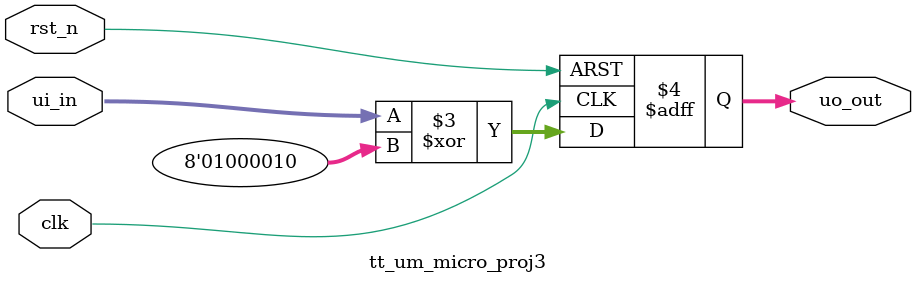
<source format=v>

`default_nettype none


module tt_um_micro_proj3 (
`ifdef USE_POWER_PINS
    input  wire       VPWR,
    input  wire       VGND,
`endif
    input  wire [7:0] ui_in,   // Dedicated inputs
    output reg  [7:0] uo_out,  // Dedicated outputs
    input  wire       clk,     // clock
    input  wire       rst_n    // reset_n - low to reset
);

  always @(posedge clk or negedge rst_n) begin
`ifdef USE_POWER_PINS
    if (~VPWR | VGND) begin
      uo_out <= 8'h00;
    end else
`endif
    if (~rst_n) begin
      uo_out <= 8'h00;
    end else begin
      uo_out <= ui_in ^ 8'h42;
    end
  end
  
endmodule  // tt_um_micro_proj3

</source>
